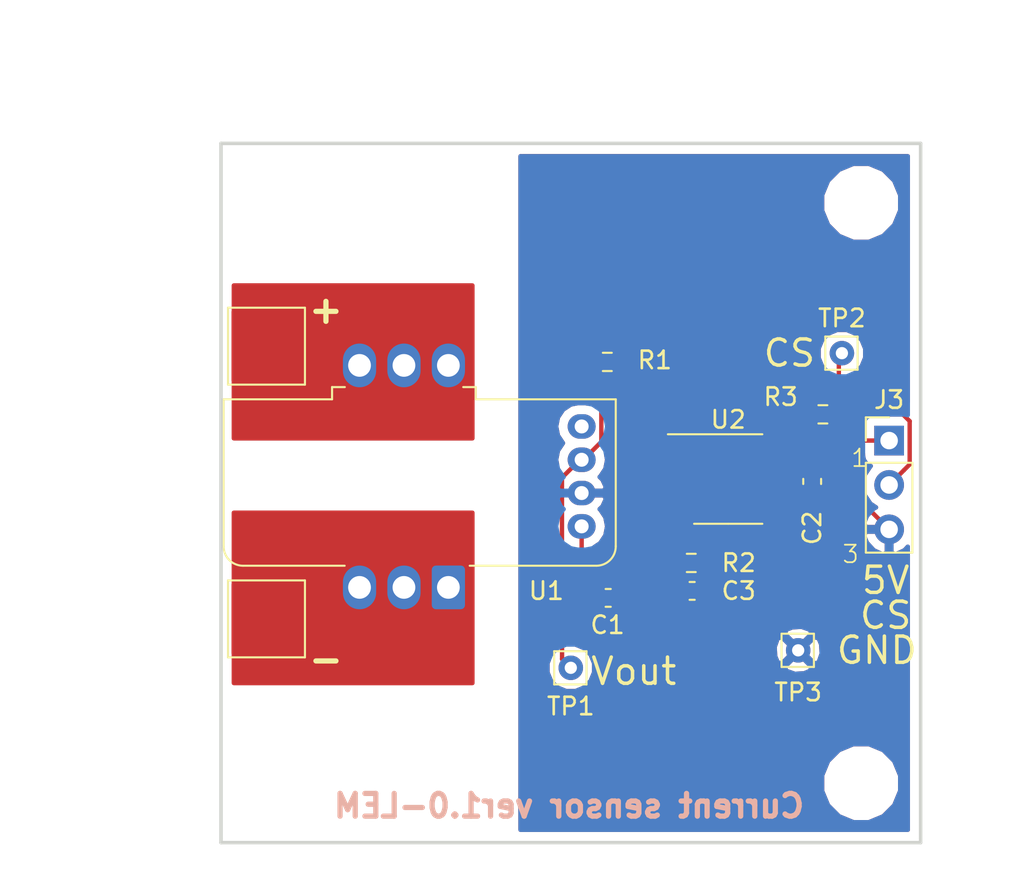
<source format=kicad_pcb>
(kicad_pcb (version 20171130) (host pcbnew "(5.0.2)-1")

  (general
    (thickness 1.6)
    (drawings 16)
    (tracks 55)
    (zones 0)
    (modules 18)
    (nets 9)
  )

  (page A4)
  (layers
    (0 F.Cu signal)
    (31 B.Cu signal)
    (32 B.Adhes user)
    (33 F.Adhes user)
    (34 B.Paste user)
    (35 F.Paste user)
    (36 B.SilkS user)
    (37 F.SilkS user)
    (38 B.Mask user)
    (39 F.Mask user)
    (40 Dwgs.User user)
    (41 Cmts.User user)
    (42 Eco1.User user)
    (43 Eco2.User user)
    (44 Edge.Cuts user)
    (45 Margin user)
    (46 B.CrtYd user)
    (47 F.CrtYd user)
    (48 B.Fab user)
    (49 F.Fab user)
  )

  (setup
    (last_trace_width 0.25)
    (trace_clearance 0.2)
    (zone_clearance 0.508)
    (zone_45_only no)
    (trace_min 0.2)
    (segment_width 0.2)
    (edge_width 0.15)
    (via_size 0.8)
    (via_drill 0.4)
    (via_min_size 0.4)
    (via_min_drill 0.3)
    (uvia_size 0.3)
    (uvia_drill 0.1)
    (uvias_allowed no)
    (uvia_min_size 0.2)
    (uvia_min_drill 0.1)
    (pcb_text_width 0.3)
    (pcb_text_size 1.5 1.5)
    (mod_edge_width 0.15)
    (mod_text_size 1 1)
    (mod_text_width 0.15)
    (pad_size 1.524 1.524)
    (pad_drill 0.762)
    (pad_to_mask_clearance 0.051)
    (solder_mask_min_width 0.25)
    (aux_axis_origin 0 0)
    (visible_elements 7FFFFFFF)
    (pcbplotparams
      (layerselection 0x010fc_ffffffff)
      (usegerberextensions false)
      (usegerberattributes false)
      (usegerberadvancedattributes false)
      (creategerberjobfile false)
      (excludeedgelayer true)
      (linewidth 0.100000)
      (plotframeref false)
      (viasonmask false)
      (mode 1)
      (useauxorigin false)
      (hpglpennumber 1)
      (hpglpenspeed 20)
      (hpglpendiameter 15.000000)
      (psnegative false)
      (psa4output false)
      (plotreference true)
      (plotvalue true)
      (plotinvisibletext false)
      (padsonsilk false)
      (subtractmaskfromsilk false)
      (outputformat 1)
      (mirror false)
      (drillshape 0)
      (scaleselection 1)
      (outputdirectory "gerber/"))
  )

  (net 0 "")
  (net 1 GND)
  (net 2 +5V)
  (net 3 "Net-(C3-Pad1)")
  (net 4 "Net-(J1-Pad1)")
  (net 5 "Net-(J2-Pad1)")
  (net 6 "Net-(J3-Pad2)")
  (net 7 "Net-(R1-Pad2)")
  (net 8 "Net-(R3-Pad2)")

  (net_class Default "これはデフォルトのネット クラスです。"
    (clearance 0.2)
    (trace_width 0.25)
    (via_dia 0.8)
    (via_drill 0.4)
    (uvia_dia 0.3)
    (uvia_drill 0.1)
    (add_net +5V)
    (add_net GND)
    (add_net "Net-(C3-Pad1)")
    (add_net "Net-(J1-Pad1)")
    (add_net "Net-(J2-Pad1)")
    (add_net "Net-(J3-Pad2)")
    (add_net "Net-(R1-Pad2)")
    (add_net "Net-(R3-Pad2)")
  )

  (module Sensor_Current:LEM_LTSR-NP (layer F.Cu) (tedit 6001CBF0) (tstamp 60110C0A)
    (at 78 45.4 180)
    (descr "LEM current transducer LEM_LTSR-NP 5V supply voltage series https://www.lem.com/sites/default/files/products_datasheets/ltsr_6-np.pdf")
    (tags "Current transducer")
    (path /6001CB43)
    (fp_text reference U1 (at -5.6 -0.2 180) (layer F.SilkS)
      (effects (font (size 1 1) (thickness 0.15)))
    )
    (fp_text value LTSR25-NP (at 2.54 7.85) (layer F.Fab)
      (effects (font (size 1 1) (thickness 0.15)))
    )
    (fp_line (start 6.65 10.76) (end 12.85 10.76) (layer F.SilkS) (width 0.12))
    (fp_line (start 6.28 11.6) (end 6.79 11.6) (layer F.CrtYd) (width 0.05))
    (fp_line (start -1.71 11.6) (end -1.71 10.9) (layer F.CrtYd) (width 0.05))
    (fp_line (start -1.71 11.6) (end -1.2 11.6) (layer F.CrtYd) (width 0.05))
    (fp_line (start 6.79 11.6) (end 6.79 10.9) (layer F.CrtYd) (width 0.05))
    (fp_line (start -1.2 11.6) (end -1.2 14.2) (layer F.CrtYd) (width 0.05))
    (fp_line (start 6.28 -1.5) (end 6.28 1.1) (layer F.CrtYd) (width 0.05))
    (fp_line (start -1.2 -1.5) (end -1.2 1.1) (layer F.CrtYd) (width 0.05))
    (fp_line (start 6.28 11.6) (end 6.28 14.2) (layer F.CrtYd) (width 0.05))
    (fp_line (start -9.71 1.1) (end -1.2 1.1) (layer F.CrtYd) (width 0.05))
    (fp_line (start 6.79 10.9) (end 12.99 10.9) (layer F.CrtYd) (width 0.05))
    (fp_line (start 6.28 1.1) (end 12.99 1.1) (layer F.CrtYd) (width 0.05))
    (fp_line (start -9.71 10.9) (end -1.71 10.9) (layer F.CrtYd) (width 0.05))
    (fp_line (start -1.57 11.46) (end -0.85 11.46) (layer F.SilkS) (width 0.12))
    (fp_line (start 5.93 1.24) (end 11.74 1.24) (layer F.SilkS) (width 0.12))
    (fp_line (start -8.46 1.35) (end 11.74 1.35) (layer F.Fab) (width 0.1))
    (fp_line (start -1.46 11.35) (end 6.54 11.35) (layer F.Fab) (width 0.1))
    (fp_line (start -9.46 10.65) (end 12.74 10.65) (layer F.Fab) (width 0.1))
    (fp_line (start 12.74 10.65) (end 12.74 2.35) (layer F.Fab) (width 0.1))
    (fp_line (start -9.46 10.65) (end -9.46 2.35) (layer F.Fab) (width 0.1))
    (fp_line (start -1.46 11.35) (end -1.46 10.65) (layer F.Fab) (width 0.1))
    (fp_line (start 6.54 11.35) (end 6.54 10.65) (layer F.Fab) (width 0.1))
    (fp_arc (start -8.46 2.35) (end -8.46 1.35) (angle -90) (layer F.Fab) (width 0.1))
    (fp_arc (start 11.74 2.35) (end 12.74 2.35) (angle -90) (layer F.Fab) (width 0.1))
    (fp_arc (start 11.74 2.35) (end 11.74 1.24) (angle 90) (layer F.SilkS) (width 0.12))
    (fp_arc (start -8.46 2.35) (end -8.46 1.24) (angle -90) (layer F.SilkS) (width 0.12))
    (fp_line (start 12.99 1.1) (end 12.99 10.9) (layer F.CrtYd) (width 0.05))
    (fp_line (start -9.71 1.1) (end -9.71 10.9) (layer F.CrtYd) (width 0.05))
    (fp_line (start -1.2 -1.5) (end 6.28 -1.5) (layer F.CrtYd) (width 0.05))
    (fp_line (start -1.2 14.2) (end 6.28 14.2) (layer F.CrtYd) (width 0.05))
    (fp_line (start 6.65 11.46) (end 6.65 10.76) (layer F.SilkS) (width 0.12))
    (fp_line (start -1.57 11.46) (end -1.57 10.76) (layer F.SilkS) (width 0.12))
    (fp_line (start -9.57 10.76) (end -9.57 2.36) (layer F.SilkS) (width 0.12))
    (fp_line (start 12.85 10.76) (end 12.85 2.35) (layer F.SilkS) (width 0.12))
    (fp_line (start -9.57 10.76) (end -1.57 10.76) (layer F.SilkS) (width 0.12))
    (fp_line (start 5.92 11.46) (end 6.65 11.46) (layer F.SilkS) (width 0.12))
    (fp_line (start -8.45 1.24) (end -1.22 1.24) (layer F.SilkS) (width 0.12))
    (fp_text user %R (at 2.54 4.45 180) (layer F.Fab)
      (effects (font (size 1 1) (thickness 0.15)))
    )
    (pad 7 thru_hole oval (at -7.62 9.2075 180) (size 1.6 1.4) (drill 0.8) (layers *.Cu *.Mask))
    (pad 10 thru_hole oval (at -7.62 3.4925 180) (size 1.6 1.4) (drill 0.8) (layers *.Cu *.Mask)
      (net 2 +5V))
    (pad 9 thru_hole oval (at -7.62 5.3975 180) (size 1.6 1.4) (drill 0.8) (layers *.Cu *.Mask)
      (net 1 GND))
    (pad 8 thru_hole oval (at -7.62 7.3025 180) (size 1.6 1.4) (drill 0.8) (layers *.Cu *.Mask)
      (net 7 "Net-(R1-Pad2)"))
    (pad 2 thru_hole oval (at 2.54 0 180) (size 1.9 2.5) (drill 1.3) (layers *.Cu *.Mask)
      (net 4 "Net-(J1-Pad1)"))
    (pad 1 thru_hole roundrect (at 0 0 180) (size 1.9 2.5) (drill 1.3) (layers *.Cu *.Mask) (roundrect_rratio 0.125)
      (net 4 "Net-(J1-Pad1)"))
    (pad 3 thru_hole oval (at 5.08 0 180) (size 1.9 2.5) (drill 1.3) (layers *.Cu *.Mask)
      (net 4 "Net-(J1-Pad1)"))
    (pad 4 thru_hole oval (at 5.08 12.7 180) (size 1.9 2.5) (drill 1.3) (layers *.Cu *.Mask)
      (net 5 "Net-(J2-Pad1)"))
    (pad 6 thru_hole oval (at 0 12.7 180) (size 1.9 2.5) (drill 1.3) (layers *.Cu *.Mask)
      (net 5 "Net-(J2-Pad1)"))
    (pad 5 thru_hole oval (at 2.54 12.7 180) (size 1.9 2.5) (drill 1.3) (layers *.Cu *.Mask)
      (net 5 "Net-(J2-Pad1)"))
    (model ${KICAD_USER_MOD_DIR}/Sensor_Current.pretty/LEM_LTSR-NP.kicad_mod
      (at (xyz 0 0 0))
      (scale (xyz 1 1 1))
      (rotate (xyz 0 0 0))
    )
    (model ${KICAD_USER_3DMODEL_DIR}/Sensor_Current.3dshapes/LEM_LTSR-NP.step
      (at (xyz 0 0 0))
      (scale (xyz 1 1 1))
      (rotate (xyz 0 0 0))
    )
  )

  (module Capacitor_SMD:C_0603_1608Metric_Pad1.08x0.95mm_HandSolder (layer F.Cu) (tedit 6002921A) (tstamp 60118DC3)
    (at 87.1375 46)
    (descr "Capacitor SMD 0603 (1608 Metric), square (rectangular) end terminal, IPC_7351 nominal with elongated pad for handsoldering. (Body size source: IPC-SM-782 page 76, https://www.pcb-3d.com/wordpress/wp-content/uploads/ipc-sm-782a_amendment_1_and_2.pdf), generated with kicad-footprint-generator")
    (tags "capacitor handsolder")
    (path /6002D57B)
    (attr smd)
    (fp_text reference C1 (at -0.0375 1.55) (layer F.SilkS)
      (effects (font (size 1 1) (thickness 0.15)))
    )
    (fp_text value 0.1uF (at 0 1.43) (layer F.Fab)
      (effects (font (size 1 1) (thickness 0.15)))
    )
    (fp_text user %R (at 0 0) (layer F.Fab)
      (effects (font (size 0.4 0.4) (thickness 0.06)))
    )
    (fp_line (start 1.65 0.73) (end -1.65 0.73) (layer F.CrtYd) (width 0.05))
    (fp_line (start 1.65 -0.73) (end 1.65 0.73) (layer F.CrtYd) (width 0.05))
    (fp_line (start -1.65 -0.73) (end 1.65 -0.73) (layer F.CrtYd) (width 0.05))
    (fp_line (start -1.65 0.73) (end -1.65 -0.73) (layer F.CrtYd) (width 0.05))
    (fp_line (start -0.146267 0.51) (end 0.146267 0.51) (layer F.SilkS) (width 0.12))
    (fp_line (start -0.146267 -0.51) (end 0.146267 -0.51) (layer F.SilkS) (width 0.12))
    (fp_line (start 0.8 0.4) (end -0.8 0.4) (layer F.Fab) (width 0.1))
    (fp_line (start 0.8 -0.4) (end 0.8 0.4) (layer F.Fab) (width 0.1))
    (fp_line (start -0.8 -0.4) (end 0.8 -0.4) (layer F.Fab) (width 0.1))
    (fp_line (start -0.8 0.4) (end -0.8 -0.4) (layer F.Fab) (width 0.1))
    (pad 2 smd roundrect (at 0.8625 0) (size 1.075 0.95) (layers F.Cu F.Paste F.Mask) (roundrect_rratio 0.25)
      (net 1 GND))
    (pad 1 smd roundrect (at -0.8625 0) (size 1.075 0.95) (layers F.Cu F.Paste F.Mask) (roundrect_rratio 0.25)
      (net 2 +5V))
    (model ${KISYS3DMOD}/Capacitor_SMD.3dshapes/C_0603_1608Metric.wrl
      (at (xyz 0 0 0))
      (scale (xyz 1 1 1))
      (rotate (xyz 0 0 0))
    )
  )

  (module Capacitor_SMD:C_0603_1608Metric_Pad1.08x0.95mm_HandSolder (layer F.Cu) (tedit 5F68FEEF) (tstamp 60118DD4)
    (at 98.8 39.3375 270)
    (descr "Capacitor SMD 0603 (1608 Metric), square (rectangular) end terminal, IPC_7351 nominal with elongated pad for handsoldering. (Body size source: IPC-SM-782 page 76, https://www.pcb-3d.com/wordpress/wp-content/uploads/ipc-sm-782a_amendment_1_and_2.pdf), generated with kicad-footprint-generator")
    (tags "capacitor handsolder")
    (path /60027F27)
    (attr smd)
    (fp_text reference C2 (at 2.6625 0 270) (layer F.SilkS)
      (effects (font (size 1 1) (thickness 0.15)))
    )
    (fp_text value 0.1uF (at 0 1.43 270) (layer F.Fab)
      (effects (font (size 1 1) (thickness 0.15)))
    )
    (fp_line (start -0.8 0.4) (end -0.8 -0.4) (layer F.Fab) (width 0.1))
    (fp_line (start -0.8 -0.4) (end 0.8 -0.4) (layer F.Fab) (width 0.1))
    (fp_line (start 0.8 -0.4) (end 0.8 0.4) (layer F.Fab) (width 0.1))
    (fp_line (start 0.8 0.4) (end -0.8 0.4) (layer F.Fab) (width 0.1))
    (fp_line (start -0.146267 -0.51) (end 0.146267 -0.51) (layer F.SilkS) (width 0.12))
    (fp_line (start -0.146267 0.51) (end 0.146267 0.51) (layer F.SilkS) (width 0.12))
    (fp_line (start -1.65 0.73) (end -1.65 -0.73) (layer F.CrtYd) (width 0.05))
    (fp_line (start -1.65 -0.73) (end 1.65 -0.73) (layer F.CrtYd) (width 0.05))
    (fp_line (start 1.65 -0.73) (end 1.65 0.73) (layer F.CrtYd) (width 0.05))
    (fp_line (start 1.65 0.73) (end -1.65 0.73) (layer F.CrtYd) (width 0.05))
    (fp_text user %R (at 0 0 270) (layer F.Fab)
      (effects (font (size 0.4 0.4) (thickness 0.06)))
    )
    (pad 1 smd roundrect (at -0.8625 0 270) (size 1.075 0.95) (layers F.Cu F.Paste F.Mask) (roundrect_rratio 0.25)
      (net 2 +5V))
    (pad 2 smd roundrect (at 0.8625 0 270) (size 1.075 0.95) (layers F.Cu F.Paste F.Mask) (roundrect_rratio 0.25)
      (net 1 GND))
    (model ${KISYS3DMOD}/Capacitor_SMD.3dshapes/C_0603_1608Metric.wrl
      (at (xyz 0 0 0))
      (scale (xyz 1 1 1))
      (rotate (xyz 0 0 0))
    )
  )

  (module Capacitor_SMD:C_0603_1608Metric_Pad1.08x0.95mm_HandSolder (layer F.Cu) (tedit 5F68FEEF) (tstamp 60118DE5)
    (at 91.9375 45.6)
    (descr "Capacitor SMD 0603 (1608 Metric), square (rectangular) end terminal, IPC_7351 nominal with elongated pad for handsoldering. (Body size source: IPC-SM-782 page 76, https://www.pcb-3d.com/wordpress/wp-content/uploads/ipc-sm-782a_amendment_1_and_2.pdf), generated with kicad-footprint-generator")
    (tags "capacitor handsolder")
    (path /6002E356)
    (attr smd)
    (fp_text reference C3 (at 2.6625 0) (layer F.SilkS)
      (effects (font (size 1 1) (thickness 0.15)))
    )
    (fp_text value 10n (at 0 1.43) (layer F.Fab)
      (effects (font (size 1 1) (thickness 0.15)))
    )
    (fp_line (start -0.8 0.4) (end -0.8 -0.4) (layer F.Fab) (width 0.1))
    (fp_line (start -0.8 -0.4) (end 0.8 -0.4) (layer F.Fab) (width 0.1))
    (fp_line (start 0.8 -0.4) (end 0.8 0.4) (layer F.Fab) (width 0.1))
    (fp_line (start 0.8 0.4) (end -0.8 0.4) (layer F.Fab) (width 0.1))
    (fp_line (start -0.146267 -0.51) (end 0.146267 -0.51) (layer F.SilkS) (width 0.12))
    (fp_line (start -0.146267 0.51) (end 0.146267 0.51) (layer F.SilkS) (width 0.12))
    (fp_line (start -1.65 0.73) (end -1.65 -0.73) (layer F.CrtYd) (width 0.05))
    (fp_line (start -1.65 -0.73) (end 1.65 -0.73) (layer F.CrtYd) (width 0.05))
    (fp_line (start 1.65 -0.73) (end 1.65 0.73) (layer F.CrtYd) (width 0.05))
    (fp_line (start 1.65 0.73) (end -1.65 0.73) (layer F.CrtYd) (width 0.05))
    (fp_text user %R (at 0 0) (layer F.Fab)
      (effects (font (size 0.4 0.4) (thickness 0.06)))
    )
    (pad 1 smd roundrect (at -0.8625 0) (size 1.075 0.95) (layers F.Cu F.Paste F.Mask) (roundrect_rratio 0.25)
      (net 3 "Net-(C3-Pad1)"))
    (pad 2 smd roundrect (at 0.8625 0) (size 1.075 0.95) (layers F.Cu F.Paste F.Mask) (roundrect_rratio 0.25)
      (net 1 GND))
    (model ${KISYS3DMOD}/Capacitor_SMD.3dshapes/C_0603_1608Metric.wrl
      (at (xyz 0 0 0))
      (scale (xyz 1 1 1))
      (rotate (xyz 0 0 0))
    )
  )

  (module TestPoint:TestPoint_Pad_4.0x4.0mm (layer F.Cu) (tedit 6002CB9E) (tstamp 60118DFB)
    (at 67.6 31.6)
    (descr "SMD rectangular pad as test Point, square 4.0mm side length")
    (tags "test point SMD pad rectangle square")
    (path /60030D7C)
    (attr virtual)
    (fp_text reference J2 (at 0 -2.898) (layer F.SilkS) hide
      (effects (font (size 1 1) (thickness 0.15)))
    )
    (fp_text value Conn_01x01_Female (at 0 3.1) (layer F.Fab)
      (effects (font (size 1 1) (thickness 0.15)))
    )
    (fp_text user %R (at 0 -2.9) (layer F.Fab)
      (effects (font (size 1 1) (thickness 0.15)))
    )
    (fp_line (start -2.2 -2.2) (end 2.2 -2.2) (layer F.SilkS) (width 0.12))
    (fp_line (start 2.2 -2.2) (end 2.2 2.2) (layer F.SilkS) (width 0.12))
    (fp_line (start 2.2 2.2) (end -2.2 2.2) (layer F.SilkS) (width 0.12))
    (fp_line (start -2.2 2.2) (end -2.2 -2.2) (layer F.SilkS) (width 0.12))
    (fp_line (start -2.5 -2.5) (end 2.5 -2.5) (layer F.CrtYd) (width 0.05))
    (fp_line (start -2.5 -2.5) (end -2.5 2.5) (layer F.CrtYd) (width 0.05))
    (fp_line (start 2.5 2.5) (end 2.5 -2.5) (layer F.CrtYd) (width 0.05))
    (fp_line (start 2.5 2.5) (end -2.5 2.5) (layer F.CrtYd) (width 0.05))
    (pad 1 smd rect (at 0 0) (size 4 4) (layers F.Cu F.Mask)
      (net 5 "Net-(J2-Pad1)"))
  )

  (module Connector_PinHeader_2.54mm:PinHeader_1x03_P2.54mm_Vertical (layer F.Cu) (tedit 59FED5CC) (tstamp 60118E12)
    (at 103.2 37)
    (descr "Through hole straight pin header, 1x03, 2.54mm pitch, single row")
    (tags "Through hole pin header THT 1x03 2.54mm single row")
    (path /6002F331)
    (fp_text reference J3 (at 0 -2.33) (layer F.SilkS)
      (effects (font (size 1 1) (thickness 0.15)))
    )
    (fp_text value Conn_01x03_Female (at 0 7.41) (layer F.Fab)
      (effects (font (size 1 1) (thickness 0.15)))
    )
    (fp_line (start -0.635 -1.27) (end 1.27 -1.27) (layer F.Fab) (width 0.1))
    (fp_line (start 1.27 -1.27) (end 1.27 6.35) (layer F.Fab) (width 0.1))
    (fp_line (start 1.27 6.35) (end -1.27 6.35) (layer F.Fab) (width 0.1))
    (fp_line (start -1.27 6.35) (end -1.27 -0.635) (layer F.Fab) (width 0.1))
    (fp_line (start -1.27 -0.635) (end -0.635 -1.27) (layer F.Fab) (width 0.1))
    (fp_line (start -1.33 6.41) (end 1.33 6.41) (layer F.SilkS) (width 0.12))
    (fp_line (start -1.33 1.27) (end -1.33 6.41) (layer F.SilkS) (width 0.12))
    (fp_line (start 1.33 1.27) (end 1.33 6.41) (layer F.SilkS) (width 0.12))
    (fp_line (start -1.33 1.27) (end 1.33 1.27) (layer F.SilkS) (width 0.12))
    (fp_line (start -1.33 0) (end -1.33 -1.33) (layer F.SilkS) (width 0.12))
    (fp_line (start -1.33 -1.33) (end 0 -1.33) (layer F.SilkS) (width 0.12))
    (fp_line (start -1.8 -1.8) (end -1.8 6.85) (layer F.CrtYd) (width 0.05))
    (fp_line (start -1.8 6.85) (end 1.8 6.85) (layer F.CrtYd) (width 0.05))
    (fp_line (start 1.8 6.85) (end 1.8 -1.8) (layer F.CrtYd) (width 0.05))
    (fp_line (start 1.8 -1.8) (end -1.8 -1.8) (layer F.CrtYd) (width 0.05))
    (fp_text user %R (at 0 2.54 90) (layer F.Fab)
      (effects (font (size 1 1) (thickness 0.15)))
    )
    (pad 1 thru_hole rect (at 0 0) (size 1.7 1.7) (drill 1) (layers *.Cu *.Mask)
      (net 2 +5V))
    (pad 2 thru_hole oval (at 0 2.54) (size 1.7 1.7) (drill 1) (layers *.Cu *.Mask)
      (net 6 "Net-(J3-Pad2)"))
    (pad 3 thru_hole oval (at 0 5.08) (size 1.7 1.7) (drill 1) (layers *.Cu *.Mask)
      (net 1 GND))
    (model ${KISYS3DMOD}/Connector_PinHeader_2.54mm.3dshapes/PinHeader_1x03_P2.54mm_Vertical.wrl
      (at (xyz 0 0 0))
      (scale (xyz 1 1 1))
      (rotate (xyz 0 0 0))
    )
  )

  (module Resistor_SMD:R_0603_1608Metric_Pad0.98x0.95mm_HandSolder (layer F.Cu) (tedit 5F68FEEE) (tstamp 6011A2D1)
    (at 87.0875 32.5 180)
    (descr "Resistor SMD 0603 (1608 Metric), square (rectangular) end terminal, IPC_7351 nominal with elongated pad for handsoldering. (Body size source: IPC-SM-782 page 72, https://www.pcb-3d.com/wordpress/wp-content/uploads/ipc-sm-782a_amendment_1_and_2.pdf), generated with kicad-footprint-generator")
    (tags "resistor handsolder")
    (path /6002D8D4)
    (attr smd)
    (fp_text reference R1 (at -2.7125 0.1 180) (layer F.SilkS)
      (effects (font (size 1 1) (thickness 0.15)))
    )
    (fp_text value 4.7k (at 0 1.43 180) (layer F.Fab)
      (effects (font (size 1 1) (thickness 0.15)))
    )
    (fp_line (start -0.8 0.4125) (end -0.8 -0.4125) (layer F.Fab) (width 0.1))
    (fp_line (start -0.8 -0.4125) (end 0.8 -0.4125) (layer F.Fab) (width 0.1))
    (fp_line (start 0.8 -0.4125) (end 0.8 0.4125) (layer F.Fab) (width 0.1))
    (fp_line (start 0.8 0.4125) (end -0.8 0.4125) (layer F.Fab) (width 0.1))
    (fp_line (start -0.254724 -0.5225) (end 0.254724 -0.5225) (layer F.SilkS) (width 0.12))
    (fp_line (start -0.254724 0.5225) (end 0.254724 0.5225) (layer F.SilkS) (width 0.12))
    (fp_line (start -1.65 0.73) (end -1.65 -0.73) (layer F.CrtYd) (width 0.05))
    (fp_line (start -1.65 -0.73) (end 1.65 -0.73) (layer F.CrtYd) (width 0.05))
    (fp_line (start 1.65 -0.73) (end 1.65 0.73) (layer F.CrtYd) (width 0.05))
    (fp_line (start 1.65 0.73) (end -1.65 0.73) (layer F.CrtYd) (width 0.05))
    (fp_text user %R (at 0 0 180) (layer F.Fab)
      (effects (font (size 0.4 0.4) (thickness 0.06)))
    )
    (pad 1 smd roundrect (at -0.9125 0 180) (size 0.975 0.95) (layers F.Cu F.Paste F.Mask) (roundrect_rratio 0.25)
      (net 3 "Net-(C3-Pad1)"))
    (pad 2 smd roundrect (at 0.9125 0 180) (size 0.975 0.95) (layers F.Cu F.Paste F.Mask) (roundrect_rratio 0.25)
      (net 7 "Net-(R1-Pad2)"))
    (model ${KISYS3DMOD}/Resistor_SMD.3dshapes/R_0603_1608Metric.wrl
      (at (xyz 0 0 0))
      (scale (xyz 1 1 1))
      (rotate (xyz 0 0 0))
    )
  )

  (module Resistor_SMD:R_0603_1608Metric_Pad0.98x0.95mm_HandSolder (layer F.Cu) (tedit 6002920D) (tstamp 6002D060)
    (at 91.8875 44)
    (descr "Resistor SMD 0603 (1608 Metric), square (rectangular) end terminal, IPC_7351 nominal with elongated pad for handsoldering. (Body size source: IPC-SM-782 page 72, https://www.pcb-3d.com/wordpress/wp-content/uploads/ipc-sm-782a_amendment_1_and_2.pdf), generated with kicad-footprint-generator")
    (tags "resistor handsolder")
    (path /6002DBCD)
    (attr smd)
    (fp_text reference R2 (at 2.7125 0) (layer F.SilkS)
      (effects (font (size 1 1) (thickness 0.15)))
    )
    (fp_text value 9.1k (at 0 1.43) (layer F.Fab)
      (effects (font (size 1 1) (thickness 0.15)))
    )
    (fp_line (start -0.8 0.4125) (end -0.8 -0.4125) (layer F.Fab) (width 0.1))
    (fp_line (start -0.8 -0.4125) (end 0.8 -0.4125) (layer F.Fab) (width 0.1))
    (fp_line (start 0.8 -0.4125) (end 0.8 0.4125) (layer F.Fab) (width 0.1))
    (fp_line (start 0.8 0.4125) (end -0.8 0.4125) (layer F.Fab) (width 0.1))
    (fp_line (start -0.254724 -0.5225) (end 0.254724 -0.5225) (layer F.SilkS) (width 0.12))
    (fp_line (start -0.254724 0.5225) (end 0.254724 0.5225) (layer F.SilkS) (width 0.12))
    (fp_line (start -1.65 0.73) (end -1.65 -0.73) (layer F.CrtYd) (width 0.05))
    (fp_line (start -1.65 -0.73) (end 1.65 -0.73) (layer F.CrtYd) (width 0.05))
    (fp_line (start 1.65 -0.73) (end 1.65 0.73) (layer F.CrtYd) (width 0.05))
    (fp_line (start 1.65 0.73) (end -1.65 0.73) (layer F.CrtYd) (width 0.05))
    (fp_text user %R (at 0 0) (layer F.Fab)
      (effects (font (size 0.4 0.4) (thickness 0.06)))
    )
    (pad 1 smd roundrect (at -0.9125 0) (size 0.975 0.95) (layers F.Cu F.Paste F.Mask) (roundrect_rratio 0.25)
      (net 3 "Net-(C3-Pad1)"))
    (pad 2 smd roundrect (at 0.9125 0) (size 0.975 0.95) (layers F.Cu F.Paste F.Mask) (roundrect_rratio 0.25)
      (net 1 GND))
    (model ${KISYS3DMOD}/Resistor_SMD.3dshapes/R_0603_1608Metric.wrl
      (at (xyz 0 0 0))
      (scale (xyz 1 1 1))
      (rotate (xyz 0 0 0))
    )
  )

  (module Resistor_SMD:R_0603_1608Metric_Pad0.98x0.95mm_HandSolder (layer F.Cu) (tedit 5F68FEEE) (tstamp 60118E45)
    (at 99.4125 35.5 180)
    (descr "Resistor SMD 0603 (1608 Metric), square (rectangular) end terminal, IPC_7351 nominal with elongated pad for handsoldering. (Body size source: IPC-SM-782 page 72, https://www.pcb-3d.com/wordpress/wp-content/uploads/ipc-sm-782a_amendment_1_and_2.pdf), generated with kicad-footprint-generator")
    (tags "resistor handsolder")
    (path /6002DA86)
    (attr smd)
    (fp_text reference R3 (at 2.4125 1 180) (layer F.SilkS)
      (effects (font (size 1 1) (thickness 0.15)))
    )
    (fp_text value 220 (at 0 1.43 180) (layer F.Fab)
      (effects (font (size 1 1) (thickness 0.15)))
    )
    (fp_text user %R (at 0 0 180) (layer F.Fab)
      (effects (font (size 0.4 0.4) (thickness 0.06)))
    )
    (fp_line (start 1.65 0.73) (end -1.65 0.73) (layer F.CrtYd) (width 0.05))
    (fp_line (start 1.65 -0.73) (end 1.65 0.73) (layer F.CrtYd) (width 0.05))
    (fp_line (start -1.65 -0.73) (end 1.65 -0.73) (layer F.CrtYd) (width 0.05))
    (fp_line (start -1.65 0.73) (end -1.65 -0.73) (layer F.CrtYd) (width 0.05))
    (fp_line (start -0.254724 0.5225) (end 0.254724 0.5225) (layer F.SilkS) (width 0.12))
    (fp_line (start -0.254724 -0.5225) (end 0.254724 -0.5225) (layer F.SilkS) (width 0.12))
    (fp_line (start 0.8 0.4125) (end -0.8 0.4125) (layer F.Fab) (width 0.1))
    (fp_line (start 0.8 -0.4125) (end 0.8 0.4125) (layer F.Fab) (width 0.1))
    (fp_line (start -0.8 -0.4125) (end 0.8 -0.4125) (layer F.Fab) (width 0.1))
    (fp_line (start -0.8 0.4125) (end -0.8 -0.4125) (layer F.Fab) (width 0.1))
    (pad 2 smd roundrect (at 0.9125 0 180) (size 0.975 0.95) (layers F.Cu F.Paste F.Mask) (roundrect_rratio 0.25)
      (net 8 "Net-(R3-Pad2)"))
    (pad 1 smd roundrect (at -0.9125 0 180) (size 0.975 0.95) (layers F.Cu F.Paste F.Mask) (roundrect_rratio 0.25)
      (net 6 "Net-(J3-Pad2)"))
    (model ${KISYS3DMOD}/Resistor_SMD.3dshapes/R_0603_1608Metric.wrl
      (at (xyz 0 0 0))
      (scale (xyz 1 1 1))
      (rotate (xyz 0 0 0))
    )
  )

  (module Connector_Pin:Pin_D0.7mm_L6.5mm_W1.8mm_FlatFork (layer F.Cu) (tedit 5A1DC084) (tstamp 60118E58)
    (at 85 50)
    (descr "solder Pin_ with flat fork, hole diameter 0.7mm, length 6.5mm, width 1.8mm")
    (tags "solder Pin_ with flat fork")
    (path /6003064F)
    (fp_text reference TP1 (at 0 2.2) (layer F.SilkS)
      (effects (font (size 1 1) (thickness 0.15)))
    )
    (fp_text value TestPoint (at 0 -1.8) (layer F.Fab)
      (effects (font (size 1 1) (thickness 0.15)))
    )
    (fp_line (start 1.35 1.2) (end -1.4 1.2) (layer F.CrtYd) (width 0.05))
    (fp_line (start 1.35 1.2) (end 1.35 -1.2) (layer F.CrtYd) (width 0.05))
    (fp_line (start -1.4 -1.2) (end -1.4 1.2) (layer F.CrtYd) (width 0.05))
    (fp_line (start -1.4 -1.2) (end 1.35 -1.2) (layer F.CrtYd) (width 0.05))
    (fp_line (start -0.9 0.25) (end -0.9 -0.25) (layer F.Fab) (width 0.12))
    (fp_line (start 0.85 0.25) (end -0.9 0.25) (layer F.Fab) (width 0.12))
    (fp_line (start 0.85 -0.25) (end 0.85 0.25) (layer F.Fab) (width 0.12))
    (fp_line (start -0.9 -0.25) (end 0.85 -0.25) (layer F.Fab) (width 0.12))
    (fp_line (start 0.9 -0.95) (end -0.95 -0.95) (layer F.SilkS) (width 0.12))
    (fp_line (start 0.9 -0.9) (end 0.9 -0.95) (layer F.SilkS) (width 0.12))
    (fp_line (start 0.9 0.95) (end 0.9 -0.9) (layer F.SilkS) (width 0.12))
    (fp_line (start -0.95 0.95) (end 0.9 0.95) (layer F.SilkS) (width 0.12))
    (fp_line (start -0.95 -0.95) (end -0.95 0.95) (layer F.SilkS) (width 0.12))
    (fp_text user %R (at 0 1.8) (layer F.Fab)
      (effects (font (size 1 1) (thickness 0.15)))
    )
    (pad 1 thru_hole circle (at 0 0) (size 1.4 1.4) (drill 0.7) (layers *.Cu *.Mask)
      (net 7 "Net-(R1-Pad2)"))
    (model ${KISYS3DMOD}/Connector_Pin.3dshapes/Pin_D0.7mm_L6.5mm_W1.8mm_FlatFork.wrl
      (at (xyz 0 0 0))
      (scale (xyz 1 1 1))
      (rotate (xyz 0 0 0))
    )
  )

  (module Connector_Pin:Pin_D0.7mm_L6.5mm_W1.8mm_FlatFork (layer F.Cu) (tedit 5A1DC084) (tstamp 60118E6B)
    (at 100.5 32)
    (descr "solder Pin_ with flat fork, hole diameter 0.7mm, length 6.5mm, width 1.8mm")
    (tags "solder Pin_ with flat fork")
    (path /60030195)
    (fp_text reference TP2 (at 0 -2) (layer F.SilkS)
      (effects (font (size 1 1) (thickness 0.15)))
    )
    (fp_text value TestPoint (at 0 -1.8) (layer F.Fab)
      (effects (font (size 1 1) (thickness 0.15)))
    )
    (fp_text user %R (at 0 1.8) (layer F.Fab)
      (effects (font (size 1 1) (thickness 0.15)))
    )
    (fp_line (start -0.95 -0.95) (end -0.95 0.95) (layer F.SilkS) (width 0.12))
    (fp_line (start -0.95 0.95) (end 0.9 0.95) (layer F.SilkS) (width 0.12))
    (fp_line (start 0.9 0.95) (end 0.9 -0.9) (layer F.SilkS) (width 0.12))
    (fp_line (start 0.9 -0.9) (end 0.9 -0.95) (layer F.SilkS) (width 0.12))
    (fp_line (start 0.9 -0.95) (end -0.95 -0.95) (layer F.SilkS) (width 0.12))
    (fp_line (start -0.9 -0.25) (end 0.85 -0.25) (layer F.Fab) (width 0.12))
    (fp_line (start 0.85 -0.25) (end 0.85 0.25) (layer F.Fab) (width 0.12))
    (fp_line (start 0.85 0.25) (end -0.9 0.25) (layer F.Fab) (width 0.12))
    (fp_line (start -0.9 0.25) (end -0.9 -0.25) (layer F.Fab) (width 0.12))
    (fp_line (start -1.4 -1.2) (end 1.35 -1.2) (layer F.CrtYd) (width 0.05))
    (fp_line (start -1.4 -1.2) (end -1.4 1.2) (layer F.CrtYd) (width 0.05))
    (fp_line (start 1.35 1.2) (end 1.35 -1.2) (layer F.CrtYd) (width 0.05))
    (fp_line (start 1.35 1.2) (end -1.4 1.2) (layer F.CrtYd) (width 0.05))
    (pad 1 thru_hole circle (at 0 0) (size 1.4 1.4) (drill 0.7) (layers *.Cu *.Mask)
      (net 6 "Net-(J3-Pad2)"))
    (model ${KISYS3DMOD}/Connector_Pin.3dshapes/Pin_D0.7mm_L6.5mm_W1.8mm_FlatFork.wrl
      (at (xyz 0 0 0))
      (scale (xyz 1 1 1))
      (rotate (xyz 0 0 0))
    )
  )

  (module TestPoint:TestPoint_Pad_4.0x4.0mm (layer F.Cu) (tedit 6002CBA2) (tstamp 6011930F)
    (at 67.6 47.2)
    (descr "SMD rectangular pad as test Point, square 4.0mm side length")
    (tags "test point SMD pad rectangle square")
    (path /60030CCA)
    (attr virtual)
    (fp_text reference J1 (at 0 -2.898) (layer F.SilkS) hide
      (effects (font (size 1 1) (thickness 0.15)))
    )
    (fp_text value Conn_01x01_Female (at 0 3.1) (layer F.Fab)
      (effects (font (size 1 1) (thickness 0.15)))
    )
    (fp_text user %R (at 0 -2.9) (layer F.Fab)
      (effects (font (size 1 1) (thickness 0.15)))
    )
    (fp_line (start -2.2 -2.2) (end 2.2 -2.2) (layer F.SilkS) (width 0.12))
    (fp_line (start 2.2 -2.2) (end 2.2 2.2) (layer F.SilkS) (width 0.12))
    (fp_line (start 2.2 2.2) (end -2.2 2.2) (layer F.SilkS) (width 0.12))
    (fp_line (start -2.2 2.2) (end -2.2 -2.2) (layer F.SilkS) (width 0.12))
    (fp_line (start -2.5 -2.5) (end 2.5 -2.5) (layer F.CrtYd) (width 0.05))
    (fp_line (start -2.5 -2.5) (end -2.5 2.5) (layer F.CrtYd) (width 0.05))
    (fp_line (start 2.5 2.5) (end 2.5 -2.5) (layer F.CrtYd) (width 0.05))
    (fp_line (start 2.5 2.5) (end -2.5 2.5) (layer F.CrtYd) (width 0.05))
    (pad 1 smd rect (at 0 0) (size 4 4) (layers F.Cu F.Mask)
      (net 4 "Net-(J1-Pad1)"))
  )

  (module Package_SO:SOIC-8_3.9x4.9mm_P1.27mm (layer F.Cu) (tedit 5D9F72B1) (tstamp 6011931C)
    (at 94 39.2)
    (descr "SOIC, 8 Pin (JEDEC MS-012AA, https://www.analog.com/media/en/package-pcb-resources/package/pkg_pdf/soic_narrow-r/r_8.pdf), generated with kicad-footprint-generator ipc_gullwing_generator.py")
    (tags "SOIC SO")
    (path /6002D34B)
    (attr smd)
    (fp_text reference U2 (at 0 -3.4) (layer F.SilkS)
      (effects (font (size 1 1) (thickness 0.15)))
    )
    (fp_text value AD8651 (at 0 3.4) (layer F.Fab)
      (effects (font (size 1 1) (thickness 0.15)))
    )
    (fp_line (start 0 2.56) (end 1.95 2.56) (layer F.SilkS) (width 0.12))
    (fp_line (start 0 2.56) (end -1.95 2.56) (layer F.SilkS) (width 0.12))
    (fp_line (start 0 -2.56) (end 1.95 -2.56) (layer F.SilkS) (width 0.12))
    (fp_line (start 0 -2.56) (end -3.45 -2.56) (layer F.SilkS) (width 0.12))
    (fp_line (start -0.975 -2.45) (end 1.95 -2.45) (layer F.Fab) (width 0.1))
    (fp_line (start 1.95 -2.45) (end 1.95 2.45) (layer F.Fab) (width 0.1))
    (fp_line (start 1.95 2.45) (end -1.95 2.45) (layer F.Fab) (width 0.1))
    (fp_line (start -1.95 2.45) (end -1.95 -1.475) (layer F.Fab) (width 0.1))
    (fp_line (start -1.95 -1.475) (end -0.975 -2.45) (layer F.Fab) (width 0.1))
    (fp_line (start -3.7 -2.7) (end -3.7 2.7) (layer F.CrtYd) (width 0.05))
    (fp_line (start -3.7 2.7) (end 3.7 2.7) (layer F.CrtYd) (width 0.05))
    (fp_line (start 3.7 2.7) (end 3.7 -2.7) (layer F.CrtYd) (width 0.05))
    (fp_line (start 3.7 -2.7) (end -3.7 -2.7) (layer F.CrtYd) (width 0.05))
    (fp_text user %R (at 0 0) (layer F.Fab)
      (effects (font (size 0.98 0.98) (thickness 0.15)))
    )
    (pad 1 smd roundrect (at -2.475 -1.905) (size 1.95 0.6) (layers F.Cu F.Paste F.Mask) (roundrect_rratio 0.25))
    (pad 2 smd roundrect (at -2.475 -0.635) (size 1.95 0.6) (layers F.Cu F.Paste F.Mask) (roundrect_rratio 0.25)
      (net 8 "Net-(R3-Pad2)"))
    (pad 3 smd roundrect (at -2.475 0.635) (size 1.95 0.6) (layers F.Cu F.Paste F.Mask) (roundrect_rratio 0.25)
      (net 3 "Net-(C3-Pad1)"))
    (pad 4 smd roundrect (at -2.475 1.905) (size 1.95 0.6) (layers F.Cu F.Paste F.Mask) (roundrect_rratio 0.25)
      (net 1 GND))
    (pad 5 smd roundrect (at 2.475 1.905) (size 1.95 0.6) (layers F.Cu F.Paste F.Mask) (roundrect_rratio 0.25))
    (pad 6 smd roundrect (at 2.475 0.635) (size 1.95 0.6) (layers F.Cu F.Paste F.Mask) (roundrect_rratio 0.25)
      (net 8 "Net-(R3-Pad2)"))
    (pad 7 smd roundrect (at 2.475 -0.635) (size 1.95 0.6) (layers F.Cu F.Paste F.Mask) (roundrect_rratio 0.25)
      (net 2 +5V))
    (pad 8 smd roundrect (at 2.475 -1.905) (size 1.95 0.6) (layers F.Cu F.Paste F.Mask) (roundrect_rratio 0.25))
    (model ${KISYS3DMOD}/Package_SO.3dshapes/SOIC-8_3.9x4.9mm_P1.27mm.wrl
      (at (xyz 0 0 0))
      (scale (xyz 1 1 1))
      (rotate (xyz 0 0 0))
    )
  )

  (module MountingHole:MountingHole_3.2mm_M3 (layer F.Cu) (tedit 6002CBC5) (tstamp 60119907)
    (at 68.4 23.5)
    (descr "Mounting Hole 3.2mm, no annular, M3")
    (tags "mounting hole 3.2mm no annular m3")
    (path /600346EF)
    (attr virtual)
    (fp_text reference H1 (at 0 -4.2) (layer F.SilkS) hide
      (effects (font (size 1 1) (thickness 0.15)))
    )
    (fp_text value M3 (at 0 4.2) (layer F.Fab)
      (effects (font (size 1 1) (thickness 0.15)))
    )
    (fp_circle (center 0 0) (end 3.45 0) (layer F.CrtYd) (width 0.05))
    (fp_circle (center 0 0) (end 3.2 0) (layer Cmts.User) (width 0.15))
    (fp_text user %R (at 0.3 0) (layer F.Fab)
      (effects (font (size 1 1) (thickness 0.15)))
    )
    (pad 1 np_thru_hole circle (at 0 0) (size 3.2 3.2) (drill 3.2) (layers *.Cu *.Mask))
  )

  (module MountingHole:MountingHole_3.2mm_M3 (layer F.Cu) (tedit 6002CBBF) (tstamp 6011990F)
    (at 68.4 56.6)
    (descr "Mounting Hole 3.2mm, no annular, M3")
    (tags "mounting hole 3.2mm no annular m3")
    (path /600347B7)
    (attr virtual)
    (fp_text reference H2 (at 0 -4.2) (layer F.SilkS) hide
      (effects (font (size 1 1) (thickness 0.15)))
    )
    (fp_text value M3 (at 0 4.2) (layer F.Fab)
      (effects (font (size 1 1) (thickness 0.15)))
    )
    (fp_circle (center 0 0) (end 3.45 0) (layer F.CrtYd) (width 0.05))
    (fp_circle (center 0 0) (end 3.2 0) (layer Cmts.User) (width 0.15))
    (fp_text user %R (at 0.3 0) (layer F.Fab)
      (effects (font (size 1 1) (thickness 0.15)))
    )
    (pad 1 np_thru_hole circle (at 0 0) (size 3.2 3.2) (drill 3.2) (layers *.Cu *.Mask))
  )

  (module MountingHole:MountingHole_3.2mm_M3 (layer F.Cu) (tedit 6002CBC8) (tstamp 60119917)
    (at 101.6 23.4)
    (descr "Mounting Hole 3.2mm, no annular, M3")
    (tags "mounting hole 3.2mm no annular m3")
    (path /60034771)
    (attr virtual)
    (fp_text reference H3 (at 0 -4.2) (layer F.SilkS) hide
      (effects (font (size 1 1) (thickness 0.15)))
    )
    (fp_text value M3 (at 0 4.2) (layer F.Fab)
      (effects (font (size 1 1) (thickness 0.15)))
    )
    (fp_text user %R (at 0.3 0) (layer F.Fab)
      (effects (font (size 1 1) (thickness 0.15)))
    )
    (fp_circle (center 0 0) (end 3.2 0) (layer Cmts.User) (width 0.15))
    (fp_circle (center 0 0) (end 3.45 0) (layer F.CrtYd) (width 0.05))
    (pad 1 np_thru_hole circle (at 0 0) (size 3.2 3.2) (drill 3.2) (layers *.Cu *.Mask))
  )

  (module MountingHole:MountingHole_3.2mm_M3 (layer F.Cu) (tedit 6002CBBB) (tstamp 6011991F)
    (at 101.6 56.6)
    (descr "Mounting Hole 3.2mm, no annular, M3")
    (tags "mounting hole 3.2mm no annular m3")
    (path /60034803)
    (attr virtual)
    (fp_text reference H4 (at 0 -4.2) (layer F.SilkS) hide
      (effects (font (size 1 1) (thickness 0.15)))
    )
    (fp_text value M3 (at 0 4.2) (layer F.Fab)
      (effects (font (size 1 1) (thickness 0.15)))
    )
    (fp_text user %R (at 0.3 0) (layer F.Fab)
      (effects (font (size 1 1) (thickness 0.15)))
    )
    (fp_circle (center 0 0) (end 3.2 0) (layer Cmts.User) (width 0.15))
    (fp_circle (center 0 0) (end 3.45 0) (layer F.CrtYd) (width 0.05))
    (pad 1 np_thru_hole circle (at 0 0) (size 3.2 3.2) (drill 3.2) (layers *.Cu *.Mask))
  )

  (module Connector_Pin:Pin_D0.7mm_L6.5mm_W1.8mm_FlatFork (layer F.Cu) (tedit 5A1DC084) (tstamp 60119ED1)
    (at 98 49)
    (descr "solder Pin_ with flat fork, hole diameter 0.7mm, length 6.5mm, width 1.8mm")
    (tags "solder Pin_ with flat fork")
    (path /60034D94)
    (fp_text reference TP3 (at 0 2.4) (layer F.SilkS)
      (effects (font (size 1 1) (thickness 0.15)))
    )
    (fp_text value TestPoint (at 0 -1.8) (layer F.Fab)
      (effects (font (size 1 1) (thickness 0.15)))
    )
    (fp_text user %R (at 0 1.8) (layer F.Fab)
      (effects (font (size 1 1) (thickness 0.15)))
    )
    (fp_line (start -0.95 -0.95) (end -0.95 0.95) (layer F.SilkS) (width 0.12))
    (fp_line (start -0.95 0.95) (end 0.9 0.95) (layer F.SilkS) (width 0.12))
    (fp_line (start 0.9 0.95) (end 0.9 -0.9) (layer F.SilkS) (width 0.12))
    (fp_line (start 0.9 -0.9) (end 0.9 -0.95) (layer F.SilkS) (width 0.12))
    (fp_line (start 0.9 -0.95) (end -0.95 -0.95) (layer F.SilkS) (width 0.12))
    (fp_line (start -0.9 -0.25) (end 0.85 -0.25) (layer F.Fab) (width 0.12))
    (fp_line (start 0.85 -0.25) (end 0.85 0.25) (layer F.Fab) (width 0.12))
    (fp_line (start 0.85 0.25) (end -0.9 0.25) (layer F.Fab) (width 0.12))
    (fp_line (start -0.9 0.25) (end -0.9 -0.25) (layer F.Fab) (width 0.12))
    (fp_line (start -1.4 -1.2) (end 1.35 -1.2) (layer F.CrtYd) (width 0.05))
    (fp_line (start -1.4 -1.2) (end -1.4 1.2) (layer F.CrtYd) (width 0.05))
    (fp_line (start 1.35 1.2) (end 1.35 -1.2) (layer F.CrtYd) (width 0.05))
    (fp_line (start 1.35 1.2) (end -1.4 1.2) (layer F.CrtYd) (width 0.05))
    (pad 1 thru_hole circle (at 0 0) (size 1.4 1.4) (drill 0.7) (layers *.Cu *.Mask)
      (net 1 GND))
    (model ${KISYS3DMOD}/Connector_Pin.3dshapes/Pin_D0.7mm_L6.5mm_W1.8mm_FlatFork.wrl
      (at (xyz 0 0 0))
      (scale (xyz 1 1 1))
      (rotate (xyz 0 0 0))
    )
  )

  (gr_text "Current sensor ver1.0-LEM\n" (at 84.9 57.9) (layer B.SilkS)
    (effects (font (size 1.3 1.3) (thickness 0.3)) (justify mirror))
  )
  (gr_text Vout (at 88.6 50.2) (layer F.SilkS)
    (effects (font (size 1.5 1.5) (thickness 0.2)))
  )
  (gr_text 3 (at 101 43.5) (layer F.SilkS)
    (effects (font (size 1 1) (thickness 0.1)))
  )
  (gr_text 1 (at 101.5 38) (layer F.SilkS)
    (effects (font (size 1 1) (thickness 0.1)))
  )
  (gr_text CS (at 103 47) (layer F.SilkS)
    (effects (font (size 1.5 1.5) (thickness 0.2)))
  )
  (gr_text GND (at 102.5 49) (layer F.SilkS)
    (effects (font (size 1.5 1.5) (thickness 0.2)))
  )
  (gr_text 5V (at 103 45) (layer F.SilkS)
    (effects (font (size 1.5 1.5) (thickness 0.2)))
  )
  (gr_text CS (at 97.5 32) (layer F.SilkS)
    (effects (font (size 1.5 1.5) (thickness 0.2)))
  )
  (gr_text - (at 71 49.5) (layer F.SilkS)
    (effects (font (size 1.5 1.5) (thickness 0.3)))
  )
  (gr_text + (at 71 29.5) (layer F.SilkS)
    (effects (font (size 1.5 1.5) (thickness 0.3)))
  )
  (gr_line (start 105 60) (end 105 20) (layer Edge.Cuts) (width 0.2))
  (gr_line (start 65 60) (end 105 60) (layer Edge.Cuts) (width 0.2))
  (gr_line (start 65 20) (end 65 60) (layer Edge.Cuts) (width 0.2))
  (gr_line (start 105 20) (end 65 20) (layer Edge.Cuts) (width 0.2))
  (dimension 40 (width 0.3) (layer Eco2.User)
    (gr_text "40.000 mm" (at 57.9 40 270) (layer Eco2.User)
      (effects (font (size 1.5 1.5) (thickness 0.3)))
    )
    (feature1 (pts (xy 65 60) (xy 59.413579 60)))
    (feature2 (pts (xy 65 20) (xy 59.413579 20)))
    (crossbar (pts (xy 60 20) (xy 60 60)))
    (arrow1a (pts (xy 60 60) (xy 59.413579 58.873496)))
    (arrow1b (pts (xy 60 60) (xy 60.586421 58.873496)))
    (arrow2a (pts (xy 60 20) (xy 59.413579 21.126504)))
    (arrow2b (pts (xy 60 20) (xy 60.586421 21.126504)))
  )
  (dimension 40 (width 0.3) (layer Eco2.User)
    (gr_text "40.000 mm" (at 85 12.9) (layer Eco2.User)
      (effects (font (size 1.5 1.5) (thickness 0.3)))
    )
    (feature1 (pts (xy 105 20) (xy 105 14.413579)))
    (feature2 (pts (xy 65 20) (xy 65 14.413579)))
    (crossbar (pts (xy 65 15) (xy 105 15)))
    (arrow1a (pts (xy 105 15) (xy 103.873496 15.586421)))
    (arrow1b (pts (xy 105 15) (xy 103.873496 14.413579)))
    (arrow2a (pts (xy 65 15) (xy 66.126504 15.586421)))
    (arrow2b (pts (xy 65 15) (xy 66.126504 14.413579)))
  )

  (segment (start 101.32 40.2) (end 98.8 40.2) (width 0.25) (layer F.Cu) (net 1))
  (segment (start 103.2 42.08) (end 101.32 40.2) (width 0.25) (layer F.Cu) (net 1))
  (segment (start 103.2 43.8) (end 98 49) (width 0.25) (layer F.Cu) (net 1))
  (segment (start 103.2 42.08) (end 103.2 43.8) (width 0.25) (layer F.Cu) (net 1))
  (segment (start 100.275 37) (end 98.8 38.475) (width 0.25) (layer F.Cu) (net 2))
  (segment (start 103.2 37) (end 100.275 37) (width 0.25) (layer F.Cu) (net 2))
  (segment (start 98.71 38.565) (end 98.8 38.475) (width 0.25) (layer F.Cu) (net 2))
  (segment (start 96.475 38.565) (end 98.71 38.565) (width 0.25) (layer F.Cu) (net 2))
  (segment (start 98.8 38.475) (end 97.77501 39.49999) (width 0.25) (layer F.Cu) (net 2))
  (segment (start 85.62 45.345) (end 86.275 46) (width 0.25) (layer F.Cu) (net 2))
  (segment (start 85.62 41.9075) (end 85.62 45.345) (width 0.25) (layer F.Cu) (net 2))
  (segment (start 97.77501 39.49999) (end 97.77501 40.5) (width 0.25) (layer F.Cu) (net 2))
  (segment (start 97.77501 40.5) (end 97.77501 41.451758) (width 0.25) (layer F.Cu) (net 2))
  (segment (start 97.77501 44.22499) (end 97.77501 40.5) (width 0.25) (layer F.Cu) (net 2))
  (segment (start 93.5 48.5) (end 97.77501 44.22499) (width 0.25) (layer F.Cu) (net 2))
  (segment (start 86.275 46) (end 88.775 48.5) (width 0.25) (layer F.Cu) (net 2))
  (segment (start 88.775 48.5) (end 93.5 48.5) (width 0.25) (layer F.Cu) (net 2))
  (segment (start 91.075 44.1) (end 90.975 44) (width 0.25) (layer F.Cu) (net 3))
  (segment (start 91.075 45.6) (end 91.075 44.1) (width 0.25) (layer F.Cu) (net 3))
  (segment (start 90.45 39.835) (end 91.525 39.835) (width 0.25) (layer F.Cu) (net 3))
  (segment (start 88 37.385) (end 90.45 39.835) (width 0.25) (layer F.Cu) (net 3))
  (segment (start 88 32.5) (end 88 37.385) (width 0.25) (layer F.Cu) (net 3))
  (segment (start 90.975 44) (end 88 41.025) (width 0.25) (layer F.Cu) (net 3))
  (segment (start 88 41.025) (end 88 37.5) (width 0.25) (layer F.Cu) (net 3))
  (segment (start 104.049999 38.690001) (end 103.2 39.54) (width 0.25) (layer F.Cu) (net 6))
  (segment (start 104.375001 38.364999) (end 104.049999 38.690001) (width 0.25) (layer F.Cu) (net 6))
  (segment (start 104.375001 35.889999) (end 104.375001 38.364999) (width 0.25) (layer F.Cu) (net 6))
  (segment (start 103.985002 35.5) (end 104.375001 35.889999) (width 0.25) (layer F.Cu) (net 6))
  (segment (start 100.325 35.5) (end 103.985002 35.5) (width 0.25) (layer F.Cu) (net 6))
  (segment (start 100.325 32.175) (end 100.5 32) (width 0.25) (layer F.Cu) (net 6))
  (segment (start 100.325 35.5) (end 100.325 32.175) (width 0.25) (layer F.Cu) (net 6))
  (segment (start 85.52 38.0975) (end 85.62 38.0975) (width 0.25) (layer F.Cu) (net 7))
  (segment (start 84.5 49.5) (end 84.5 45.510082) (width 0.25) (layer F.Cu) (net 7))
  (segment (start 85 50) (end 84.5 49.5) (width 0.25) (layer F.Cu) (net 7))
  (segment (start 84.5 45.510082) (end 84.505041 45.505041) (width 0.25) (layer F.Cu) (net 7))
  (segment (start 84.505041 45.505041) (end 84.49499 45.505041) (width 0.25) (layer F.Cu) (net 7))
  (segment (start 84.49499 45.505041) (end 84.49499 39.12251) (width 0.25) (layer F.Cu) (net 7))
  (segment (start 84.49499 39.12251) (end 85.52 38.0975) (width 0.25) (layer F.Cu) (net 7))
  (segment (start 86.65709 32.98209) (end 86.175 32.5) (width 0.25) (layer F.Cu) (net 7))
  (segment (start 86.74501 33.07001) (end 86.65709 32.98209) (width 0.25) (layer F.Cu) (net 7))
  (segment (start 86.74501 37.07249) (end 86.74501 33.07001) (width 0.25) (layer F.Cu) (net 7))
  (segment (start 85.72 38.0975) (end 86.74501 37.07249) (width 0.25) (layer F.Cu) (net 7))
  (segment (start 85.62 38.0975) (end 85.72 38.0975) (width 0.25) (layer F.Cu) (net 7))
  (segment (start 96.10429 39.46429) (end 95.727522 39.46429) (width 0.25) (layer F.Cu) (net 8))
  (segment (start 96.10429 39.46429) (end 96.475 39.835) (width 0.25) (layer F.Cu) (net 8))
  (segment (start 97.9125 35.5) (end 98.5 35.5) (width 0.25) (layer F.Cu) (net 8))
  (segment (start 96 35.5) (end 97.9125 35.5) (width 0.25) (layer F.Cu) (net 8))
  (segment (start 95 36.5) (end 96 35.5) (width 0.25) (layer F.Cu) (net 8))
  (segment (start 95.727522 39.46429) (end 95 38.736768) (width 0.25) (layer F.Cu) (net 8))
  (segment (start 95 38.736768) (end 95 36.5) (width 0.25) (layer F.Cu) (net 8))
  (segment (start 95.691812 39.5) (end 95.727522 39.46429) (width 0.25) (layer F.Cu) (net 8))
  (segment (start 94.5 39.5) (end 95.691812 39.5) (width 0.25) (layer F.Cu) (net 8))
  (segment (start 93.5 38.5) (end 94.5 39.5) (width 0.25) (layer F.Cu) (net 8))
  (segment (start 91.525 38.565) (end 91.59 38.5) (width 0.25) (layer F.Cu) (net 8))
  (segment (start 91.59 38.5) (end 93.5 38.5) (width 0.25) (layer F.Cu) (net 8))

  (zone (net 5) (net_name "Net-(J2-Pad1)") (layer F.Cu) (tstamp 6011A549) (hatch edge 0.508)
    (connect_pads yes (clearance 0.508))
    (min_thickness 0.254)
    (fill yes (arc_segments 16) (thermal_gap 0.508) (thermal_bridge_width 0.508))
    (polygon
      (pts
        (xy 65 28) (xy 79.5 28) (xy 79.5 37) (xy 65 37)
      )
    )
    (filled_polygon
      (pts
        (xy 79.373 36.873) (xy 65.735 36.873) (xy 65.735 28.127) (xy 79.373 28.127)
      )
    )
  )
  (zone (net 4) (net_name "Net-(J1-Pad1)") (layer F.Cu) (tstamp 6011A546) (hatch edge 0.508)
    (connect_pads yes (clearance 0.508))
    (min_thickness 0.254)
    (fill yes (arc_segments 16) (thermal_gap 0.508) (thermal_bridge_width 0.508))
    (polygon
      (pts
        (xy 65 41) (xy 79.5 41) (xy 79.5 51) (xy 65 51)
      )
    )
    (filled_polygon
      (pts
        (xy 79.373 50.873) (xy 65.735 50.873) (xy 65.735 41.127) (xy 79.373 41.127)
      )
    )
  )
  (zone (net 1) (net_name GND) (layer F.Cu) (tstamp 6011A543) (hatch edge 0.508)
    (connect_pads (clearance 0.508))
    (min_thickness 0.254)
    (fill yes (arc_segments 16) (thermal_gap 0.508) (thermal_bridge_width 0.508))
    (polygon
      (pts
        (xy 82 20) (xy 82 60) (xy 105 60) (xy 105 20)
      )
    )
    (filled_polygon
      (pts
        (xy 104.265001 34.780806) (xy 104.059854 34.74) (xy 104.059849 34.74) (xy 103.985002 34.725112) (xy 103.910155 34.74)
        (xy 101.269735 34.74) (xy 101.200747 34.636753) (xy 101.085 34.559413) (xy 101.085 33.202678) (xy 101.256217 33.131758)
        (xy 101.631758 32.756217) (xy 101.835 32.265548) (xy 101.835 31.734452) (xy 101.631758 31.243783) (xy 101.256217 30.868242)
        (xy 100.765548 30.665) (xy 100.234452 30.665) (xy 99.743783 30.868242) (xy 99.368242 31.243783) (xy 99.165 31.734452)
        (xy 99.165 32.265548) (xy 99.368242 32.756217) (xy 99.565001 32.952976) (xy 99.565 34.559413) (xy 99.449253 34.636753)
        (xy 99.4125 34.691758) (xy 99.375747 34.636753) (xy 99.088652 34.444922) (xy 98.75 34.37756) (xy 98.25 34.37756)
        (xy 97.911348 34.444922) (xy 97.624253 34.636753) (xy 97.555265 34.74) (xy 96.074848 34.74) (xy 96 34.725112)
        (xy 95.925152 34.74) (xy 95.925148 34.74) (xy 95.703463 34.784096) (xy 95.452071 34.952071) (xy 95.409671 35.015527)
        (xy 94.515528 35.909671) (xy 94.452072 35.952071) (xy 94.409672 36.015527) (xy 94.409671 36.015528) (xy 94.284097 36.203463)
        (xy 94.225112 36.5) (xy 94.240001 36.574852) (xy 94.24 38.165199) (xy 94.090331 38.01553) (xy 94.047929 37.952071)
        (xy 93.796537 37.784096) (xy 93.574852 37.74) (xy 93.574847 37.74) (xy 93.5 37.725112) (xy 93.425153 37.74)
        (xy 93.08876 37.74) (xy 93.14744 37.445) (xy 93.14744 37.145) (xy 93.086738 36.839833) (xy 92.913875 36.581125)
        (xy 92.655167 36.408262) (xy 92.35 36.34756) (xy 90.7 36.34756) (xy 90.394833 36.408262) (xy 90.136125 36.581125)
        (xy 89.963262 36.839833) (xy 89.90256 37.145) (xy 89.90256 37.445) (xy 89.963262 37.750167) (xy 90.083422 37.93)
        (xy 89.963262 38.109833) (xy 89.936114 38.246313) (xy 88.76 37.070199) (xy 88.76 33.440587) (xy 88.875747 33.363247)
        (xy 89.067578 33.076152) (xy 89.13494 32.7375) (xy 89.13494 32.2625) (xy 89.067578 31.923848) (xy 88.875747 31.636753)
        (xy 88.588652 31.444922) (xy 88.25 31.37756) (xy 87.75 31.37756) (xy 87.411348 31.444922) (xy 87.124253 31.636753)
        (xy 87.0875 31.691758) (xy 87.050747 31.636753) (xy 86.763652 31.444922) (xy 86.425 31.37756) (xy 85.925 31.37756)
        (xy 85.586348 31.444922) (xy 85.299253 31.636753) (xy 85.107422 31.923848) (xy 85.04006 32.2625) (xy 85.04006 32.7375)
        (xy 85.107422 33.076152) (xy 85.299253 33.363247) (xy 85.586348 33.555078) (xy 85.925 33.62244) (xy 85.985011 33.62244)
        (xy 85.985011 34.88406) (xy 85.851485 34.8575) (xy 85.388515 34.8575) (xy 84.999109 34.934958) (xy 84.557519 35.230019)
        (xy 84.262458 35.671609) (xy 84.158846 36.1925) (xy 84.262458 36.713391) (xy 84.55085 37.145) (xy 84.262458 37.576609)
        (xy 84.158846 38.0975) (xy 84.206355 38.336344) (xy 84.010518 38.532181) (xy 83.947062 38.574581) (xy 83.904662 38.638037)
        (xy 83.904661 38.638038) (xy 83.779087 38.825973) (xy 83.720102 39.12251) (xy 83.734991 39.197362) (xy 83.73499 45.430189)
        (xy 83.720101 45.505041) (xy 83.740001 45.605085) (xy 83.74 49.425153) (xy 83.725112 49.5) (xy 83.737116 49.560349)
        (xy 83.665 49.734452) (xy 83.665 50.265548) (xy 83.868242 50.756217) (xy 84.243783 51.131758) (xy 84.734452 51.335)
        (xy 85.265548 51.335) (xy 85.756217 51.131758) (xy 86.131758 50.756217) (xy 86.335 50.265548) (xy 86.335 49.935275)
        (xy 97.244331 49.935275) (xy 97.306169 50.171042) (xy 97.807122 50.347419) (xy 98.33744 50.318664) (xy 98.693831 50.171042)
        (xy 98.755669 49.935275) (xy 98 49.179605) (xy 97.244331 49.935275) (xy 86.335 49.935275) (xy 86.335 49.734452)
        (xy 86.131758 49.243783) (xy 85.756217 48.868242) (xy 85.265548 48.665) (xy 85.26 48.665) (xy 85.26 46.729671)
        (xy 85.349253 46.863247) (xy 85.636348 47.055078) (xy 85.975 47.12244) (xy 86.322639 47.12244) (xy 88.184671 48.984473)
        (xy 88.227071 49.047929) (xy 88.478463 49.215904) (xy 88.700148 49.26) (xy 88.700153 49.26) (xy 88.775 49.274888)
        (xy 88.849847 49.26) (xy 93.425153 49.26) (xy 93.5 49.274888) (xy 93.574847 49.26) (xy 93.574852 49.26)
        (xy 93.796537 49.215904) (xy 94.047929 49.047929) (xy 94.090331 48.98447) (xy 94.267679 48.807122) (xy 96.652581 48.807122)
        (xy 96.681336 49.33744) (xy 96.828958 49.693831) (xy 97.064725 49.755669) (xy 97.820395 49) (xy 98.179605 49)
        (xy 98.935275 49.755669) (xy 99.171042 49.693831) (xy 99.347419 49.192878) (xy 99.318664 48.66256) (xy 99.171042 48.306169)
        (xy 98.935275 48.244331) (xy 98.179605 49) (xy 97.820395 49) (xy 97.064725 48.244331) (xy 96.828958 48.306169)
        (xy 96.652581 48.807122) (xy 94.267679 48.807122) (xy 95.010076 48.064725) (xy 97.244331 48.064725) (xy 98 48.820395)
        (xy 98.755669 48.064725) (xy 98.693831 47.828958) (xy 98.192878 47.652581) (xy 97.66256 47.681336) (xy 97.306169 47.828958)
        (xy 97.244331 48.064725) (xy 95.010076 48.064725) (xy 98.259483 44.815319) (xy 98.322939 44.772919) (xy 98.490914 44.521527)
        (xy 98.53501 44.299842) (xy 98.53501 44.299838) (xy 98.549898 44.224991) (xy 98.53501 44.150144) (xy 98.53501 42.43689)
        (xy 101.758524 42.43689) (xy 101.928355 42.846924) (xy 102.318642 43.275183) (xy 102.843108 43.521486) (xy 103.073 43.400819)
        (xy 103.073 42.207) (xy 101.879845 42.207) (xy 101.758524 42.43689) (xy 98.53501 42.43689) (xy 98.53501 41.35174)
        (xy 98.673 41.21375) (xy 98.673 40.327) (xy 98.927 40.327) (xy 98.927 41.21375) (xy 99.08575 41.3725)
        (xy 99.40131 41.3725) (xy 99.634699 41.275827) (xy 99.813327 41.097198) (xy 99.91 40.863809) (xy 99.91 40.48575)
        (xy 99.75125 40.327) (xy 98.927 40.327) (xy 98.673 40.327) (xy 98.653 40.327) (xy 98.653 40.073)
        (xy 98.673 40.073) (xy 98.673 40.053) (xy 98.927 40.053) (xy 98.927 40.073) (xy 99.75125 40.073)
        (xy 99.91 39.91425) (xy 99.91 39.536191) (xy 99.813327 39.302802) (xy 99.762592 39.252067) (xy 99.855078 39.113652)
        (xy 99.92244 38.775) (xy 99.92244 38.427361) (xy 100.589802 37.76) (xy 101.70256 37.76) (xy 101.70256 37.85)
        (xy 101.751843 38.097765) (xy 101.892191 38.307809) (xy 102.102235 38.448157) (xy 102.147619 38.457184) (xy 102.129375 38.469375)
        (xy 101.801161 38.960582) (xy 101.685908 39.54) (xy 101.801161 40.119418) (xy 102.129375 40.610625) (xy 102.448478 40.823843)
        (xy 102.318642 40.884817) (xy 101.928355 41.313076) (xy 101.758524 41.72311) (xy 101.879845 41.953) (xy 103.073 41.953)
        (xy 103.073 41.933) (xy 103.327 41.933) (xy 103.327 41.953) (xy 103.347 41.953) (xy 103.347 42.207)
        (xy 103.327 42.207) (xy 103.327 43.400819) (xy 103.556892 43.521486) (xy 104.081358 43.275183) (xy 104.265 43.073674)
        (xy 104.265 59.265) (xy 82.127 59.265) (xy 82.127 56.155431) (xy 99.365 56.155431) (xy 99.365 57.044569)
        (xy 99.705259 57.866026) (xy 100.333974 58.494741) (xy 101.155431 58.835) (xy 102.044569 58.835) (xy 102.866026 58.494741)
        (xy 103.494741 57.866026) (xy 103.835 57.044569) (xy 103.835 56.155431) (xy 103.494741 55.333974) (xy 102.866026 54.705259)
        (xy 102.044569 54.365) (xy 101.155431 54.365) (xy 100.333974 54.705259) (xy 99.705259 55.333974) (xy 99.365 56.155431)
        (xy 82.127 56.155431) (xy 82.127 22.955431) (xy 99.365 22.955431) (xy 99.365 23.844569) (xy 99.705259 24.666026)
        (xy 100.333974 25.294741) (xy 101.155431 25.635) (xy 102.044569 25.635) (xy 102.866026 25.294741) (xy 103.494741 24.666026)
        (xy 103.835 23.844569) (xy 103.835 22.955431) (xy 103.494741 22.133974) (xy 102.866026 21.505259) (xy 102.044569 21.165)
        (xy 101.155431 21.165) (xy 100.333974 21.505259) (xy 99.705259 22.133974) (xy 99.365 22.955431) (xy 82.127 22.955431)
        (xy 82.127 20.735) (xy 104.265001 20.735)
      )
    )
    (filled_polygon
      (pts
        (xy 87.24 40.950153) (xy 87.225112 41.025) (xy 87.24 41.099847) (xy 87.24 41.099851) (xy 87.284096 41.321536)
        (xy 87.452071 41.572929) (xy 87.51553 41.615331) (xy 89.84006 43.939863) (xy 89.84006 44.2375) (xy 89.907422 44.576152)
        (xy 90.081993 44.837415) (xy 89.957422 45.023848) (xy 89.89006 45.3625) (xy 89.89006 45.8375) (xy 89.957422 46.176152)
        (xy 90.149253 46.463247) (xy 90.436348 46.655078) (xy 90.775 46.72244) (xy 91.375 46.72244) (xy 91.713652 46.655078)
        (xy 91.852067 46.562592) (xy 91.902802 46.613327) (xy 92.136191 46.71) (xy 92.51425 46.71) (xy 92.673 46.55125)
        (xy 92.673 45.727) (xy 92.927 45.727) (xy 92.927 46.55125) (xy 93.08575 46.71) (xy 93.463809 46.71)
        (xy 93.697198 46.613327) (xy 93.875827 46.434699) (xy 93.9725 46.20131) (xy 93.9725 45.88575) (xy 93.81375 45.727)
        (xy 92.927 45.727) (xy 92.673 45.727) (xy 92.653 45.727) (xy 92.653 45.473) (xy 92.673 45.473)
        (xy 92.673 44.127) (xy 92.927 44.127) (xy 92.927 45.473) (xy 93.81375 45.473) (xy 93.9725 45.31425)
        (xy 93.9725 44.99869) (xy 93.875827 44.765301) (xy 93.860798 44.750272) (xy 93.9225 44.60131) (xy 93.9225 44.28575)
        (xy 93.76375 44.127) (xy 92.927 44.127) (xy 92.673 44.127) (xy 92.653 44.127) (xy 92.653 43.873)
        (xy 92.673 43.873) (xy 92.673 43.04875) (xy 92.927 43.04875) (xy 92.927 43.873) (xy 93.76375 43.873)
        (xy 93.9225 43.71425) (xy 93.9225 43.39869) (xy 93.825827 43.165301) (xy 93.647198 42.986673) (xy 93.413809 42.89)
        (xy 93.08575 42.89) (xy 92.927 43.04875) (xy 92.673 43.04875) (xy 92.51425 42.89) (xy 92.186191 42.89)
        (xy 91.952802 42.986673) (xy 91.821958 43.117517) (xy 91.563652 42.944922) (xy 91.225 42.87756) (xy 90.927363 42.87756)
        (xy 89.440552 41.39075) (xy 89.915 41.39075) (xy 89.915 41.53131) (xy 90.011673 41.764699) (xy 90.190302 41.943327)
        (xy 90.423691 42.04) (xy 91.23925 42.04) (xy 91.398 41.88125) (xy 91.398 41.232) (xy 91.652 41.232)
        (xy 91.652 41.88125) (xy 91.81075 42.04) (xy 92.626309 42.04) (xy 92.859698 41.943327) (xy 93.038327 41.764699)
        (xy 93.135 41.53131) (xy 93.135 41.39075) (xy 92.97625 41.232) (xy 91.652 41.232) (xy 91.398 41.232)
        (xy 90.07375 41.232) (xy 89.915 41.39075) (xy 89.440552 41.39075) (xy 88.76 40.710199) (xy 88.76 39.219802)
        (xy 89.859671 40.319473) (xy 89.902071 40.382929) (xy 90.008149 40.453808) (xy 89.915 40.67869) (xy 89.915 40.81925)
        (xy 90.07375 40.978) (xy 91.398 40.978) (xy 91.398 40.958) (xy 91.652 40.958) (xy 91.652 40.978)
        (xy 92.97625 40.978) (xy 93.135 40.81925) (xy 93.135 40.67869) (xy 93.038327 40.445301) (xy 93.005209 40.412183)
        (xy 93.086738 40.290167) (xy 93.14744 39.985) (xy 93.14744 39.685) (xy 93.086738 39.379833) (xy 93.006668 39.26)
        (xy 93.185199 39.26) (xy 93.909671 39.984473) (xy 93.952071 40.047929) (xy 94.203463 40.215904) (xy 94.425148 40.26)
        (xy 94.425152 40.26) (xy 94.5 40.274888) (xy 94.574848 40.26) (xy 94.907261 40.26) (xy 94.913262 40.290167)
        (xy 95.033422 40.47) (xy 94.913262 40.649833) (xy 94.85256 40.955) (xy 94.85256 41.255) (xy 94.913262 41.560167)
        (xy 95.086125 41.818875) (xy 95.344833 41.991738) (xy 95.65 42.05244) (xy 97.015011 42.05244) (xy 97.01501 43.910188)
        (xy 93.185199 47.74) (xy 89.089802 47.74) (xy 88.459802 47.11) (xy 88.663809 47.11) (xy 88.897198 47.013327)
        (xy 89.075827 46.834699) (xy 89.1725 46.60131) (xy 89.1725 46.28575) (xy 89.01375 46.127) (xy 88.127 46.127)
        (xy 88.127 46.147) (xy 87.873 46.147) (xy 87.873 46.127) (xy 87.853 46.127) (xy 87.853 45.873)
        (xy 87.873 45.873) (xy 87.873 45.04875) (xy 88.127 45.04875) (xy 88.127 45.873) (xy 89.01375 45.873)
        (xy 89.1725 45.71425) (xy 89.1725 45.39869) (xy 89.075827 45.165301) (xy 88.897198 44.986673) (xy 88.663809 44.89)
        (xy 88.28575 44.89) (xy 88.127 45.04875) (xy 87.873 45.04875) (xy 87.71425 44.89) (xy 87.336191 44.89)
        (xy 87.102802 44.986673) (xy 87.052067 45.037408) (xy 86.913652 44.944922) (xy 86.575 44.87756) (xy 86.38 44.87756)
        (xy 86.38 43.072092) (xy 86.682481 42.869981) (xy 86.977542 42.428391) (xy 87.081154 41.9075) (xy 86.977542 41.386609)
        (xy 86.682481 40.945019) (xy 86.649995 40.923312) (xy 86.81487 40.764595) (xy 87.012716 40.335829) (xy 86.889374 40.1295)
        (xy 85.747 40.1295) (xy 85.747 40.1495) (xy 85.493 40.1495) (xy 85.493 40.1295) (xy 85.473 40.1295)
        (xy 85.473 39.8755) (xy 85.493 39.8755) (xy 85.493 39.8555) (xy 85.747 39.8555) (xy 85.747 39.8755)
        (xy 86.889374 39.8755) (xy 87.012716 39.669171) (xy 86.81487 39.240405) (xy 86.649995 39.081688) (xy 86.682481 39.059981)
        (xy 86.977542 38.618391) (xy 87.081154 38.0975) (xy 87.033645 37.858657) (xy 87.229483 37.662819) (xy 87.240001 37.655791)
      )
    )
  )
  (zone (net 1) (net_name GND) (layer B.Cu) (tstamp 6011A540) (hatch edge 0.508)
    (connect_pads (clearance 0.508))
    (min_thickness 0.254)
    (fill yes (arc_segments 16) (thermal_gap 0.508) (thermal_bridge_width 0.508))
    (polygon
      (pts
        (xy 82 20) (xy 105 20) (xy 105 60) (xy 82 60)
      )
    )
    (filled_polygon
      (pts
        (xy 104.265001 35.545326) (xy 104.05 35.50256) (xy 102.35 35.50256) (xy 102.102235 35.551843) (xy 101.892191 35.692191)
        (xy 101.751843 35.902235) (xy 101.70256 36.15) (xy 101.70256 37.85) (xy 101.751843 38.097765) (xy 101.892191 38.307809)
        (xy 102.102235 38.448157) (xy 102.147619 38.457184) (xy 102.129375 38.469375) (xy 101.801161 38.960582) (xy 101.685908 39.54)
        (xy 101.801161 40.119418) (xy 102.129375 40.610625) (xy 102.448478 40.823843) (xy 102.318642 40.884817) (xy 101.928355 41.313076)
        (xy 101.758524 41.72311) (xy 101.879845 41.953) (xy 103.073 41.953) (xy 103.073 41.933) (xy 103.327 41.933)
        (xy 103.327 41.953) (xy 103.347 41.953) (xy 103.347 42.207) (xy 103.327 42.207) (xy 103.327 43.400819)
        (xy 103.556892 43.521486) (xy 104.081358 43.275183) (xy 104.265 43.073674) (xy 104.265 59.265) (xy 82.127 59.265)
        (xy 82.127 56.155431) (xy 99.365 56.155431) (xy 99.365 57.044569) (xy 99.705259 57.866026) (xy 100.333974 58.494741)
        (xy 101.155431 58.835) (xy 102.044569 58.835) (xy 102.866026 58.494741) (xy 103.494741 57.866026) (xy 103.835 57.044569)
        (xy 103.835 56.155431) (xy 103.494741 55.333974) (xy 102.866026 54.705259) (xy 102.044569 54.365) (xy 101.155431 54.365)
        (xy 100.333974 54.705259) (xy 99.705259 55.333974) (xy 99.365 56.155431) (xy 82.127 56.155431) (xy 82.127 49.734452)
        (xy 83.665 49.734452) (xy 83.665 50.265548) (xy 83.868242 50.756217) (xy 84.243783 51.131758) (xy 84.734452 51.335)
        (xy 85.265548 51.335) (xy 85.756217 51.131758) (xy 86.131758 50.756217) (xy 86.335 50.265548) (xy 86.335 49.935275)
        (xy 97.244331 49.935275) (xy 97.306169 50.171042) (xy 97.807122 50.347419) (xy 98.33744 50.318664) (xy 98.693831 50.171042)
        (xy 98.755669 49.935275) (xy 98 49.179605) (xy 97.244331 49.935275) (xy 86.335 49.935275) (xy 86.335 49.734452)
        (xy 86.131758 49.243783) (xy 85.756217 48.868242) (xy 85.608661 48.807122) (xy 96.652581 48.807122) (xy 96.681336 49.33744)
        (xy 96.828958 49.693831) (xy 97.064725 49.755669) (xy 97.820395 49) (xy 98.179605 49) (xy 98.935275 49.755669)
        (xy 99.171042 49.693831) (xy 99.347419 49.192878) (xy 99.318664 48.66256) (xy 99.171042 48.306169) (xy 98.935275 48.244331)
        (xy 98.179605 49) (xy 97.820395 49) (xy 97.064725 48.244331) (xy 96.828958 48.306169) (xy 96.652581 48.807122)
        (xy 85.608661 48.807122) (xy 85.265548 48.665) (xy 84.734452 48.665) (xy 84.243783 48.868242) (xy 83.868242 49.243783)
        (xy 83.665 49.734452) (xy 82.127 49.734452) (xy 82.127 48.064725) (xy 97.244331 48.064725) (xy 98 48.820395)
        (xy 98.755669 48.064725) (xy 98.693831 47.828958) (xy 98.192878 47.652581) (xy 97.66256 47.681336) (xy 97.306169 47.828958)
        (xy 97.244331 48.064725) (xy 82.127 48.064725) (xy 82.127 41.9075) (xy 84.158846 41.9075) (xy 84.262458 42.428391)
        (xy 84.557519 42.869981) (xy 84.999109 43.165042) (xy 85.388515 43.2425) (xy 85.851485 43.2425) (xy 86.240891 43.165042)
        (xy 86.682481 42.869981) (xy 86.971863 42.43689) (xy 101.758524 42.43689) (xy 101.928355 42.846924) (xy 102.318642 43.275183)
        (xy 102.843108 43.521486) (xy 103.073 43.400819) (xy 103.073 42.207) (xy 101.879845 42.207) (xy 101.758524 42.43689)
        (xy 86.971863 42.43689) (xy 86.977542 42.428391) (xy 87.081154 41.9075) (xy 86.977542 41.386609) (xy 86.682481 40.945019)
        (xy 86.649995 40.923312) (xy 86.81487 40.764595) (xy 87.012716 40.335829) (xy 86.889374 40.1295) (xy 85.747 40.1295)
        (xy 85.747 40.1495) (xy 85.493 40.1495) (xy 85.493 40.1295) (xy 84.350626 40.1295) (xy 84.227284 40.335829)
        (xy 84.42513 40.764595) (xy 84.590005 40.923312) (xy 84.557519 40.945019) (xy 84.262458 41.386609) (xy 84.158846 41.9075)
        (xy 82.127 41.9075) (xy 82.127 36.1925) (xy 84.158846 36.1925) (xy 84.262458 36.713391) (xy 84.55085 37.145)
        (xy 84.262458 37.576609) (xy 84.158846 38.0975) (xy 84.262458 38.618391) (xy 84.557519 39.059981) (xy 84.590005 39.081688)
        (xy 84.42513 39.240405) (xy 84.227284 39.669171) (xy 84.350626 39.8755) (xy 85.493 39.8755) (xy 85.493 39.8555)
        (xy 85.747 39.8555) (xy 85.747 39.8755) (xy 86.889374 39.8755) (xy 87.012716 39.669171) (xy 86.81487 39.240405)
        (xy 86.649995 39.081688) (xy 86.682481 39.059981) (xy 86.977542 38.618391) (xy 87.081154 38.0975) (xy 86.977542 37.576609)
        (xy 86.68915 37.145) (xy 86.977542 36.713391) (xy 87.081154 36.1925) (xy 86.977542 35.671609) (xy 86.682481 35.230019)
        (xy 86.240891 34.934958) (xy 85.851485 34.8575) (xy 85.388515 34.8575) (xy 84.999109 34.934958) (xy 84.557519 35.230019)
        (xy 84.262458 35.671609) (xy 84.158846 36.1925) (xy 82.127 36.1925) (xy 82.127 31.734452) (xy 99.165 31.734452)
        (xy 99.165 32.265548) (xy 99.368242 32.756217) (xy 99.743783 33.131758) (xy 100.234452 33.335) (xy 100.765548 33.335)
        (xy 101.256217 33.131758) (xy 101.631758 32.756217) (xy 101.835 32.265548) (xy 101.835 31.734452) (xy 101.631758 31.243783)
        (xy 101.256217 30.868242) (xy 100.765548 30.665) (xy 100.234452 30.665) (xy 99.743783 30.868242) (xy 99.368242 31.243783)
        (xy 99.165 31.734452) (xy 82.127 31.734452) (xy 82.127 22.955431) (xy 99.365 22.955431) (xy 99.365 23.844569)
        (xy 99.705259 24.666026) (xy 100.333974 25.294741) (xy 101.155431 25.635) (xy 102.044569 25.635) (xy 102.866026 25.294741)
        (xy 103.494741 24.666026) (xy 103.835 23.844569) (xy 103.835 22.955431) (xy 103.494741 22.133974) (xy 102.866026 21.505259)
        (xy 102.044569 21.165) (xy 101.155431 21.165) (xy 100.333974 21.505259) (xy 99.705259 22.133974) (xy 99.365 22.955431)
        (xy 82.127 22.955431) (xy 82.127 20.735) (xy 104.265001 20.735)
      )
    )
  )
)

</source>
